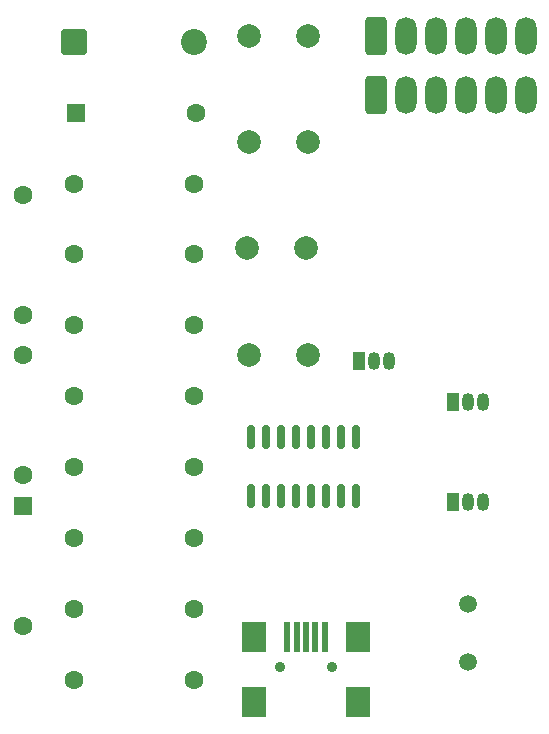
<source format=gbr>
%TF.GenerationSoftware,KiCad,Pcbnew,9.0.2*%
%TF.CreationDate,2025-06-01T20:35:33+02:00*%
%TF.ProjectId,IBIS,49424953-2e6b-4696-9361-645f70636258,rev?*%
%TF.SameCoordinates,Original*%
%TF.FileFunction,Soldermask,Top*%
%TF.FilePolarity,Negative*%
%FSLAX46Y46*%
G04 Gerber Fmt 4.6, Leading zero omitted, Abs format (unit mm)*
G04 Created by KiCad (PCBNEW 9.0.2) date 2025-06-01 20:35:33*
%MOMM*%
%LPD*%
G01*
G04 APERTURE LIST*
G04 Aperture macros list*
%AMRoundRect*
0 Rectangle with rounded corners*
0 $1 Rounding radius*
0 $2 $3 $4 $5 $6 $7 $8 $9 X,Y pos of 4 corners*
0 Add a 4 corners polygon primitive as box body*
4,1,4,$2,$3,$4,$5,$6,$7,$8,$9,$2,$3,0*
0 Add four circle primitives for the rounded corners*
1,1,$1+$1,$2,$3*
1,1,$1+$1,$4,$5*
1,1,$1+$1,$6,$7*
1,1,$1+$1,$8,$9*
0 Add four rect primitives between the rounded corners*
20,1,$1+$1,$2,$3,$4,$5,0*
20,1,$1+$1,$4,$5,$6,$7,0*
20,1,$1+$1,$6,$7,$8,$9,0*
20,1,$1+$1,$8,$9,$2,$3,0*%
G04 Aperture macros list end*
%ADD10R,1.050000X1.500000*%
%ADD11O,1.050000X1.500000*%
%ADD12C,1.600000*%
%ADD13C,2.000000*%
%ADD14C,0.900000*%
%ADD15R,0.500000X2.500000*%
%ADD16R,2.000000X2.500000*%
%ADD17RoundRect,0.250000X-0.550000X0.550000X-0.550000X-0.550000X0.550000X-0.550000X0.550000X0.550000X0*%
%ADD18RoundRect,0.250000X-0.650000X-1.350000X0.650000X-1.350000X0.650000X1.350000X-0.650000X1.350000X0*%
%ADD19O,1.800000X3.200000*%
%ADD20RoundRect,0.250000X-0.550000X-0.550000X0.550000X-0.550000X0.550000X0.550000X-0.550000X0.550000X0*%
%ADD21C,1.500000*%
%ADD22RoundRect,0.150000X0.150000X-0.825000X0.150000X0.825000X-0.150000X0.825000X-0.150000X-0.825000X0*%
%ADD23RoundRect,0.249999X-0.850001X-0.850001X0.850001X-0.850001X0.850001X0.850001X-0.850001X0.850001X0*%
%ADD24C,2.200000*%
G04 APERTURE END LIST*
D10*
%TO.C,T2*%
X90460000Y-85000000D03*
D11*
X91730000Y-85000000D03*
X93000000Y-85000000D03*
%TD*%
D12*
%TO.C,R1*%
X54000000Y-82660000D03*
X54000000Y-72500000D03*
%TD*%
D13*
%TO.C,C3*%
X73000000Y-63500000D03*
X78000000Y-63500000D03*
%TD*%
%TO.C,C2*%
X73140000Y-54500000D03*
X78140000Y-54500000D03*
%TD*%
D14*
%TO.C,J1*%
X75800000Y-98975000D03*
X80200000Y-98975000D03*
D15*
X76400000Y-96375000D03*
X77200000Y-96375000D03*
X78000000Y-96375000D03*
X78800000Y-96375000D03*
X79600000Y-96375000D03*
D16*
X73600000Y-96375000D03*
X73600000Y-101875000D03*
X82400000Y-96375000D03*
X82400000Y-101875000D03*
%TD*%
D12*
%TO.C,R4*%
X58340000Y-64000000D03*
X68500000Y-64000000D03*
%TD*%
D13*
%TO.C,C4*%
X73140000Y-72500000D03*
X78140000Y-72500000D03*
%TD*%
D12*
%TO.C,R8*%
X58340000Y-88000000D03*
X68500000Y-88000000D03*
%TD*%
%TO.C,R3*%
X58340000Y-58000000D03*
X68500000Y-58000000D03*
%TD*%
D10*
%TO.C,T0*%
X82460000Y-73000000D03*
D11*
X83730000Y-73000000D03*
X85000000Y-73000000D03*
%TD*%
D17*
%TO.C,D1*%
X54000000Y-85340000D03*
D12*
X54000000Y-95500000D03*
%TD*%
%TO.C,R5*%
X58340000Y-70000000D03*
X68500000Y-70000000D03*
%TD*%
D18*
%TO.C,J2*%
X83890000Y-45500000D03*
X83890000Y-50500000D03*
D19*
X86430000Y-45500000D03*
X86430000Y-50500000D03*
X88970000Y-45500000D03*
X88970000Y-50500000D03*
X91510000Y-45500000D03*
X91510000Y-50500000D03*
X94050000Y-45500000D03*
X94050000Y-50500000D03*
X96590000Y-45500000D03*
X96590000Y-50500000D03*
%TD*%
D20*
%TO.C,D2*%
X58500000Y-52000000D03*
D12*
X68660000Y-52000000D03*
%TD*%
D21*
%TO.C,X1*%
X91730000Y-98500000D03*
X91730000Y-93620000D03*
%TD*%
D12*
%TO.C,R6*%
X58340000Y-76000000D03*
X68500000Y-76000000D03*
%TD*%
D22*
%TO.C,U1*%
X73380000Y-84450000D03*
X74650000Y-84450000D03*
X75920000Y-84450000D03*
X77190000Y-84450000D03*
X78460000Y-84450000D03*
X79730000Y-84450000D03*
X81000000Y-84450000D03*
X82270000Y-84450000D03*
X82270000Y-79500000D03*
X81000000Y-79500000D03*
X79730000Y-79500000D03*
X78460000Y-79500000D03*
X77190000Y-79500000D03*
X75920000Y-79500000D03*
X74650000Y-79500000D03*
X73380000Y-79500000D03*
%TD*%
D23*
%TO.C,D3*%
X58340000Y-46000000D03*
D24*
X68500000Y-46000000D03*
%TD*%
D10*
%TO.C,T1*%
X90460000Y-76500000D03*
D11*
X91730000Y-76500000D03*
X93000000Y-76500000D03*
%TD*%
D12*
%TO.C,R9*%
X58340000Y-94000000D03*
X68500000Y-94000000D03*
%TD*%
%TO.C,R7*%
X58340000Y-82000000D03*
X68500000Y-82000000D03*
%TD*%
D13*
%TO.C,C1*%
X73140000Y-45500000D03*
X78140000Y-45500000D03*
%TD*%
D12*
%TO.C,R2*%
X54000000Y-69160000D03*
X54000000Y-59000000D03*
%TD*%
%TO.C,R10*%
X58340000Y-100000000D03*
X68500000Y-100000000D03*
%TD*%
M02*

</source>
